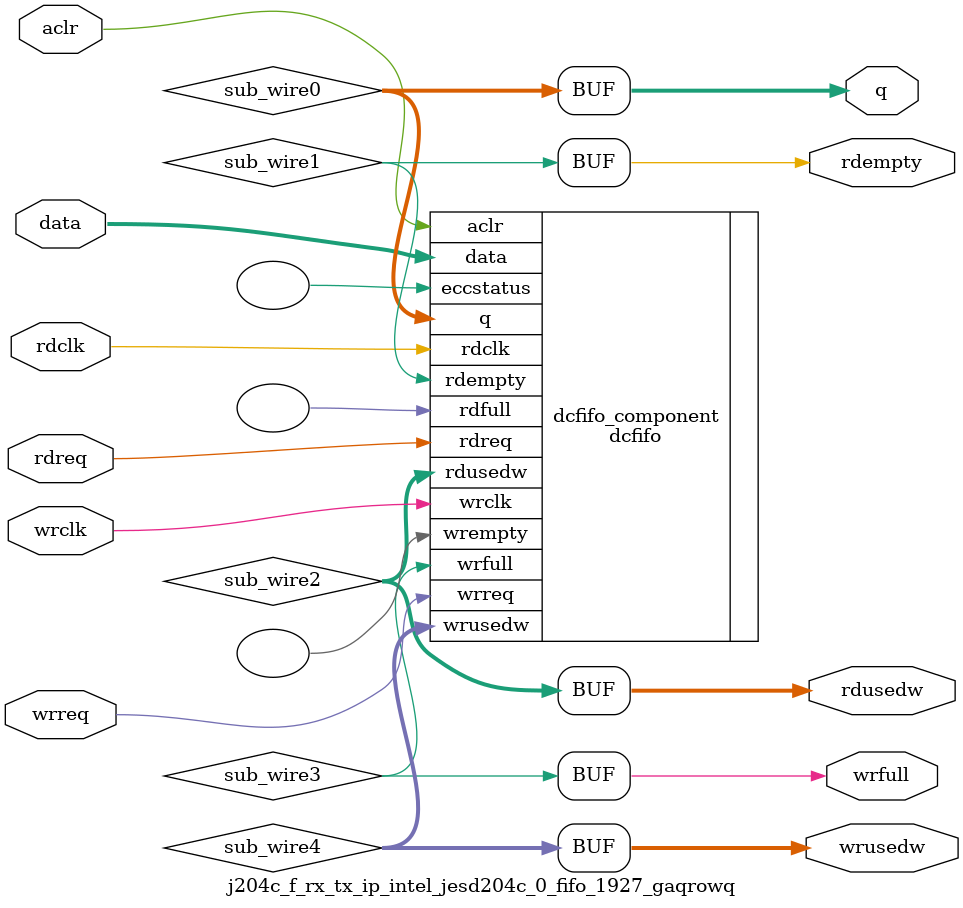
<source format=v>



`timescale 1 ps / 1 ps
// synopsys translate_on
module  j204c_f_rx_tx_ip_intel_jesd204c_0_fifo_1927_gaqrowq  (
    aclr,
    data,
    rdclk,
    rdreq,
    wrclk,
    wrreq,
    q,
    rdempty,
    rdusedw,
    wrfull,
    wrusedw);

    input    aclr;
    input  [131:0]  data;
    input    rdclk;
    input    rdreq;
    input    wrclk;
    input    wrreq;
    output [131:0]  q;
    output   rdempty;
    output [2:0]  rdusedw;
    output   wrfull;
    output [2:0]  wrusedw;
`ifndef ALTERA_RESERVED_QIS
// synopsys translate_off
`endif
    tri0     aclr;
`ifndef ALTERA_RESERVED_QIS
// synopsys translate_on
`endif

    wire [131:0] sub_wire0;
    wire  sub_wire1;
    wire [2:0] sub_wire2;
    wire  sub_wire3;
    wire [2:0] sub_wire4;
    wire [131:0] q = sub_wire0[131:0];
    wire  rdempty = sub_wire1;
    wire [2:0] rdusedw = sub_wire2[2:0];
    wire  wrfull = sub_wire3;
    wire [2:0] wrusedw = sub_wire4[2:0];

    dcfifo  dcfifo_component (
                .aclr (aclr),
                .data (data),
                .rdclk (rdclk),
                .rdreq (rdreq),
                .wrclk (wrclk),
                .wrreq (wrreq),
                .q (sub_wire0),
                .rdempty (sub_wire1),
                .rdusedw (sub_wire2),
                .wrfull (sub_wire3),
                .wrusedw (sub_wire4),
                .eccstatus (),
                .rdfull (),
                .wrempty ());
    defparam
        dcfifo_component.enable_ecc  = "FALSE",
        dcfifo_component.intended_device_family  = "Agilex 7",
        dcfifo_component.lpm_hint  = "RAM_BLOCK_TYPE=M20K,DISABLE_DCFIFO_EMBEDDED_TIMING_CONSTRAINT=TRUE",
        dcfifo_component.lpm_numwords  = 8,
        dcfifo_component.lpm_showahead  = "OFF",
        dcfifo_component.lpm_type  = "dcfifo",
        dcfifo_component.lpm_width  = 132,
        dcfifo_component.lpm_widthu  = 3,
        dcfifo_component.overflow_checking  = "ON",
        dcfifo_component.rdsync_delaypipe  = 4,
        dcfifo_component.read_aclr_synch  = "ON",
        dcfifo_component.underflow_checking  = "ON",
        dcfifo_component.use_eab  = "ON",
        dcfifo_component.write_aclr_synch  = "ON",
        dcfifo_component.wrsync_delaypipe  = 4;


endmodule



</source>
